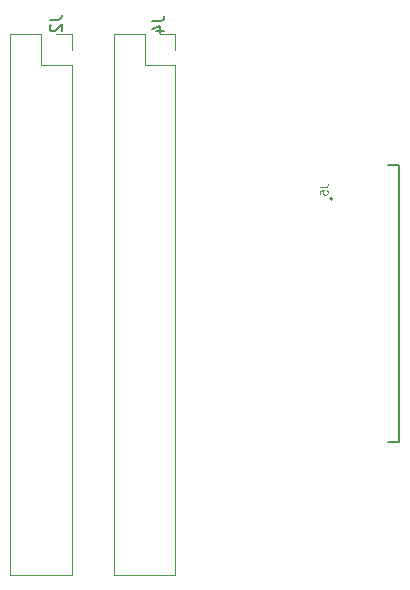
<source format=gbr>
%TF.GenerationSoftware,KiCad,Pcbnew,5.1.10-88a1d61d58~88~ubuntu20.04.1*%
%TF.CreationDate,2021-05-25T15:32:40+07:00*%
%TF.ProjectId,36P-miniSAS-Header-Adapter,3336502d-6d69-46e6-9953-41532d486561,rev?*%
%TF.SameCoordinates,Original*%
%TF.FileFunction,Legend,Bot*%
%TF.FilePolarity,Positive*%
%FSLAX46Y46*%
G04 Gerber Fmt 4.6, Leading zero omitted, Abs format (unit mm)*
G04 Created by KiCad (PCBNEW 5.1.10-88a1d61d58~88~ubuntu20.04.1) date 2021-05-25 15:32:40*
%MOMM*%
%LPD*%
G01*
G04 APERTURE LIST*
%ADD10C,0.127000*%
%ADD11C,0.200000*%
%ADD12C,0.120000*%
%ADD13C,0.015000*%
%ADD14C,0.150000*%
G04 APERTURE END LIST*
D10*
%TO.C,J5*%
X202050000Y9195000D02*
X201100000Y9195000D01*
X202050000Y-14235000D02*
X201100000Y-14235000D01*
X202050000Y9195000D02*
X202050000Y-14235000D01*
D11*
X196400000Y6380000D02*
G75*
G03*
X196400000Y6380000I-100000J0D01*
G01*
D12*
%TO.C,J4*%
X183080000Y20330000D02*
X181750000Y20330000D01*
X183080000Y19000000D02*
X183080000Y20330000D01*
X180480000Y20330000D02*
X177880000Y20330000D01*
X180480000Y17730000D02*
X180480000Y20330000D01*
X183080000Y17730000D02*
X180480000Y17730000D01*
X177880000Y20330000D02*
X177880000Y-25510000D01*
X183080000Y17730000D02*
X183080000Y-25510000D01*
X183080000Y-25510000D02*
X177880000Y-25510000D01*
%TO.C,J2*%
X174330000Y-25510000D02*
X169130000Y-25510000D01*
X174330000Y17730000D02*
X174330000Y-25510000D01*
X169130000Y20330000D02*
X169130000Y-25510000D01*
X174330000Y17730000D02*
X171730000Y17730000D01*
X171730000Y17730000D02*
X171730000Y20330000D01*
X171730000Y20330000D02*
X169130000Y20330000D01*
X174330000Y19000000D02*
X174330000Y20330000D01*
X174330000Y20330000D02*
X173000000Y20330000D01*
%TO.C,J5*%
D13*
X195343123Y7361333D02*
X195800266Y7361333D01*
X195891695Y7391809D01*
X195952647Y7452761D01*
X195983123Y7544190D01*
X195983123Y7605142D01*
X195343123Y6751809D02*
X195343123Y7056571D01*
X195647885Y7087047D01*
X195617409Y7056571D01*
X195586933Y6995619D01*
X195586933Y6843238D01*
X195617409Y6782285D01*
X195647885Y6751809D01*
X195708838Y6721333D01*
X195861219Y6721333D01*
X195922171Y6751809D01*
X195952647Y6782285D01*
X195983123Y6843238D01*
X195983123Y6995619D01*
X195952647Y7056571D01*
X195922171Y7087047D01*
%TO.C,J4*%
D14*
X181152380Y21433333D02*
X181866666Y21433333D01*
X182009523Y21480952D01*
X182104761Y21576190D01*
X182152380Y21719047D01*
X182152380Y21814285D01*
X181485714Y20528571D02*
X182152380Y20528571D01*
X181104761Y20766666D02*
X181819047Y21004761D01*
X181819047Y20385714D01*
%TO.C,J2*%
X172452380Y21533333D02*
X173166666Y21533333D01*
X173309523Y21580952D01*
X173404761Y21676190D01*
X173452380Y21819047D01*
X173452380Y21914285D01*
X172547619Y21104761D02*
X172500000Y21057142D01*
X172452380Y20961904D01*
X172452380Y20723809D01*
X172500000Y20628571D01*
X172547619Y20580952D01*
X172642857Y20533333D01*
X172738095Y20533333D01*
X172880952Y20580952D01*
X173452380Y21152380D01*
X173452380Y20533333D01*
%TD*%
M02*

</source>
